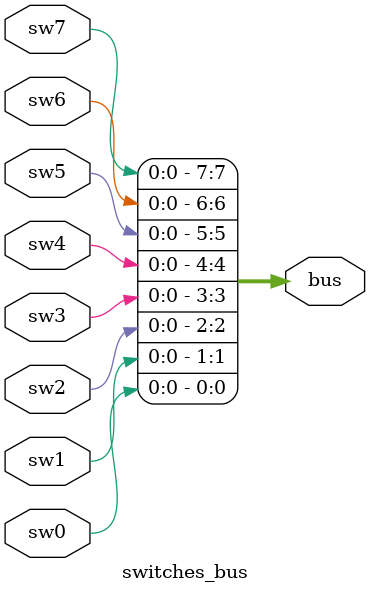
<source format=v>


module switches_bus(
	input sw0,
  input sw1,
  input sw2,
  input sw3,
  input sw4,
  input sw5,
  input sw6,
  input sw7,

	output [7:0] bus
);

  assign bus[0] = sw0;
  assign bus[1] = sw1;
  assign bus[2] = sw2;
  assign bus[3] = sw3;
  assign bus[4] = sw4;
  assign bus[5] = sw5;
  assign bus[6] = sw6;
  assign bus[7] = sw7;

endmodule

</source>
